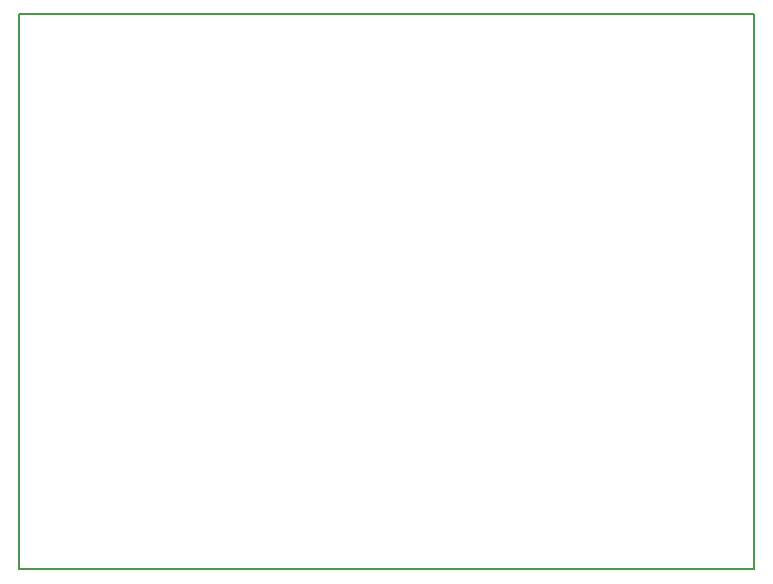
<source format=gko>
G04 DipTrace 3.2.0.1*
G04 BoardOutline.gko*
%MOIN*%
G04 #@! TF.FileFunction,Profile*
G04 #@! TF.Part,Single*
%ADD11C,0.005512*%
%FSLAX26Y26*%
G04*
G70*
G90*
G75*
G01*
G04 BoardOutline*
%LPD*%
X393701Y2243701D2*
D11*
X2843701D1*
Y393701D1*
X393701D1*
Y2243701D1*
M02*

</source>
